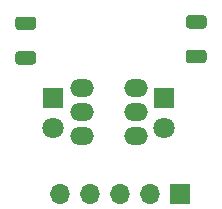
<source format=gts>
G04 #@! TF.GenerationSoftware,KiCad,Pcbnew,(5.1.10)-1*
G04 #@! TF.CreationDate,2021-06-08T20:19:30+01:00*
G04 #@! TF.ProjectId,Korry_PCB2,4b6f7272-795f-4504-9342-322e6b696361,V1*
G04 #@! TF.SameCoordinates,Original*
G04 #@! TF.FileFunction,Soldermask,Top*
G04 #@! TF.FilePolarity,Negative*
%FSLAX46Y46*%
G04 Gerber Fmt 4.6, Leading zero omitted, Abs format (unit mm)*
G04 Created by KiCad (PCBNEW (5.1.10)-1) date 2021-06-08 20:19:30*
%MOMM*%
%LPD*%
G01*
G04 APERTURE LIST*
%ADD10O,2.000000X1.500000*%
%ADD11R,1.800000X1.800000*%
%ADD12C,1.800000*%
%ADD13R,1.700000X1.700000*%
%ADD14O,1.700000X1.700000*%
G04 APERTURE END LIST*
D10*
X62717680Y-46972220D03*
X62717680Y-44932220D03*
X62717680Y-42962220D03*
X67257680Y-42962220D03*
X67257680Y-44932220D03*
X67257680Y-46972220D03*
D11*
X60299600Y-43756580D03*
D12*
X60299600Y-46296580D03*
X69626480Y-46296580D03*
D11*
X69626480Y-43756580D03*
D13*
X70995540Y-51897280D03*
D14*
X68455540Y-51897280D03*
X65915540Y-51897280D03*
X63375540Y-51897280D03*
X60835540Y-51897280D03*
G36*
G01*
X58577643Y-40937800D02*
X57327637Y-40937800D01*
G75*
G02*
X57077640Y-40687803I0J249997D01*
G01*
X57077640Y-40062797D01*
G75*
G02*
X57327637Y-39812800I249997J0D01*
G01*
X58577643Y-39812800D01*
G75*
G02*
X58827640Y-40062797I0J-249997D01*
G01*
X58827640Y-40687803D01*
G75*
G02*
X58577643Y-40937800I-249997J0D01*
G01*
G37*
G36*
G01*
X58577643Y-38012800D02*
X57327637Y-38012800D01*
G75*
G02*
X57077640Y-37762803I0J249997D01*
G01*
X57077640Y-37137797D01*
G75*
G02*
X57327637Y-36887800I249997J0D01*
G01*
X58577643Y-36887800D01*
G75*
G02*
X58827640Y-37137797I0J-249997D01*
G01*
X58827640Y-37762803D01*
G75*
G02*
X58577643Y-38012800I-249997J0D01*
G01*
G37*
G36*
G01*
X73020083Y-37890880D02*
X71770077Y-37890880D01*
G75*
G02*
X71520080Y-37640883I0J249997D01*
G01*
X71520080Y-37015877D01*
G75*
G02*
X71770077Y-36765880I249997J0D01*
G01*
X73020083Y-36765880D01*
G75*
G02*
X73270080Y-37015877I0J-249997D01*
G01*
X73270080Y-37640883D01*
G75*
G02*
X73020083Y-37890880I-249997J0D01*
G01*
G37*
G36*
G01*
X73020083Y-40815880D02*
X71770077Y-40815880D01*
G75*
G02*
X71520080Y-40565883I0J249997D01*
G01*
X71520080Y-39940877D01*
G75*
G02*
X71770077Y-39690880I249997J0D01*
G01*
X73020083Y-39690880D01*
G75*
G02*
X73270080Y-39940877I0J-249997D01*
G01*
X73270080Y-40565883D01*
G75*
G02*
X73020083Y-40815880I-249997J0D01*
G01*
G37*
M02*

</source>
